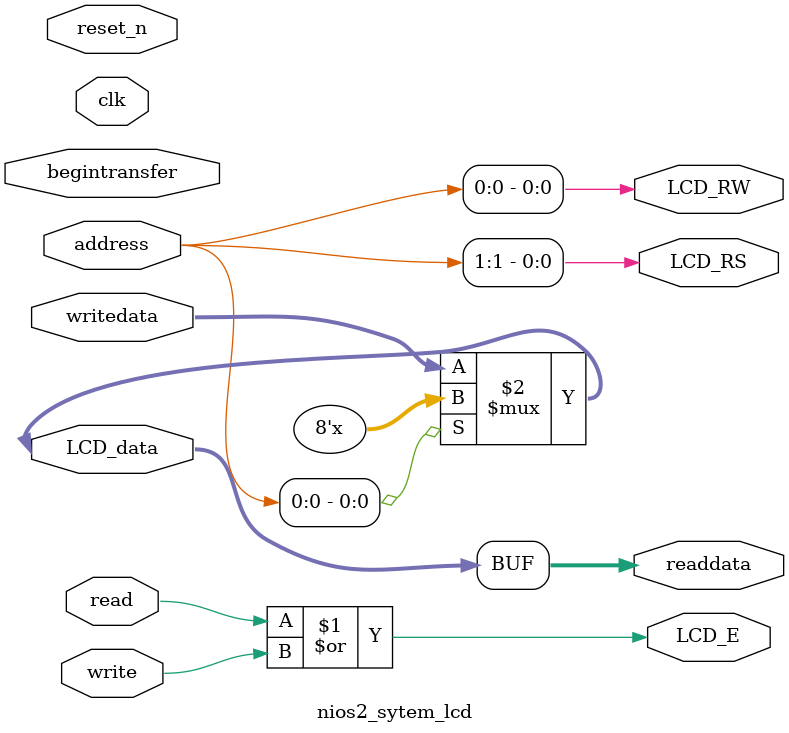
<source format=v>

`timescale 1ns / 1ps
// synthesis translate_on

// turn off superfluous verilog processor warnings 
// altera message_level Level1 
// altera message_off 10034 10035 10036 10037 10230 10240 10030 

module nios2_sytem_lcd (
                         // inputs:
                          address,
                          begintransfer,
                          clk,
                          read,
                          reset_n,
                          write,
                          writedata,

                         // outputs:
                          LCD_E,
                          LCD_RS,
                          LCD_RW,
                          LCD_data,
                          readdata
                       )
;

  output           LCD_E;
  output           LCD_RS;
  output           LCD_RW;
  inout   [  7: 0] LCD_data;
  output  [  7: 0] readdata;
  input   [  1: 0] address;
  input            begintransfer;
  input            clk;
  input            read;
  input            reset_n;
  input            write;
  input   [  7: 0] writedata;


wire             LCD_E;
wire             LCD_RS;
wire             LCD_RW;
wire    [  7: 0] LCD_data;
wire    [  7: 0] readdata;
  assign LCD_RW = address[0];
  assign LCD_RS = address[1];
  assign LCD_E = read | write;
  assign LCD_data = (address[0]) ? {8{1'bz}} : writedata;
  assign readdata = LCD_data;
  //control_slave, which is an e_avalon_slave

endmodule


</source>
